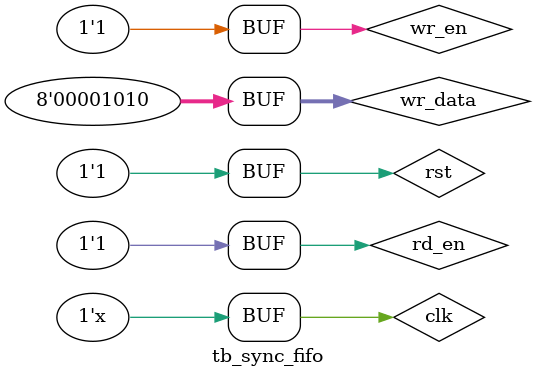
<source format=v>
`timescale 1ns / 1ps

module tb_sync_fifo(

    );
    reg clk, rst, wr_en, rd_en;
    reg [7:0] wr_data;
    wire [7:0] rd_data;
    wire full, empty;
    wire [3:0] wr_ptr, rd_ptr;
    
    sync_fifo fo(.clk(clk), .rst_n(rst), .wr_data(wr_data), .rd_data(rd_data), .full(full),
                    .empty(empty), .wr_ptr(wr_ptr), .rd_ptr(rd_ptr), .wr_en(wr_en), .rd_en(rd_en) );
                    
    initial
        begin
            clk = 1'b0; 
            rst = 1'b0; #3 rst = 1'b1;
        end
        
    always #5 clk = ~clk;
    
    initial 
        begin
            wr_en = 1'b1; rd_en = 1'b0;
            #2 wr_data = 8'd1;
            #10 wr_data = 8'd2; //rd_en = 1'b1;
            #10 wr_data = 8'd3; 
            #10 wr_data = 8'd4;//rd_en = 1'b0;
            #10 wr_data = 8'd5;
            #10 wr_data = 8'd6;rd_en = 1'b1;
            #10 wr_data = 8'd7;
            #10 wr_data = 8'd8;//rd_en = 1'b0;
            #10 wr_data = 8'd9;//rd_en = 1'b1;
            #10 wr_data = 8'd10;
            //#10 rd_en = 1'b0;
        end
endmodule

</source>
